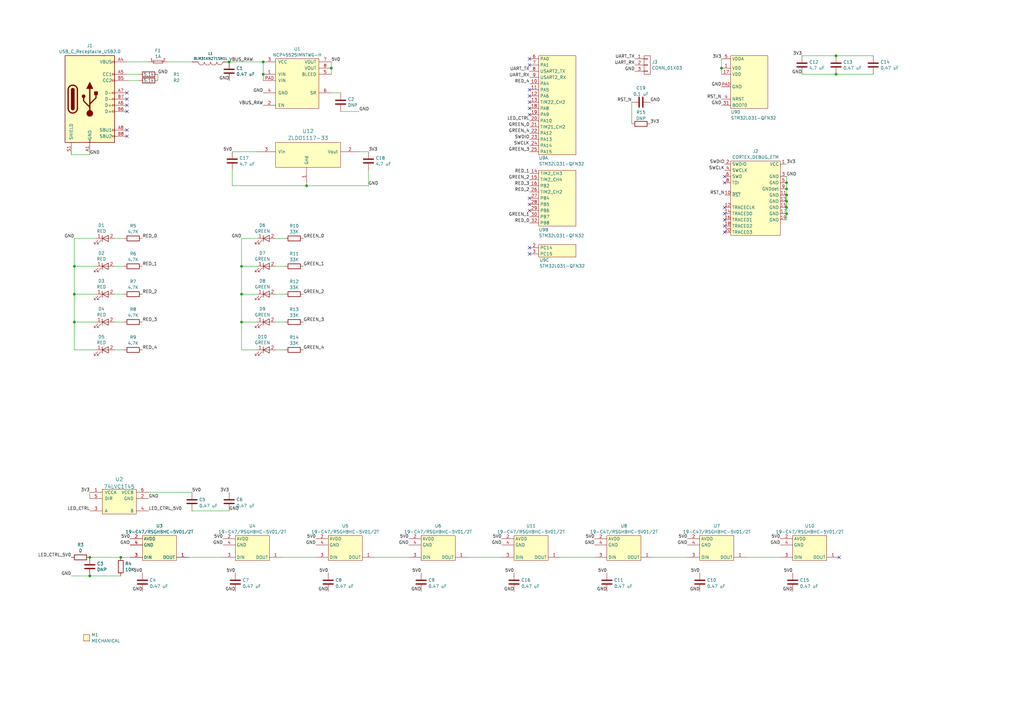
<source format=kicad_sch>
(kicad_sch (version 20231120) (generator "eeschema") (generator_version "8.0")
  (paper "A3")
  (lib_symbols
    (symbol "conn:CONN_01X03" (pin_names (offset 1.016) hide)
      (property "Reference" "J" (at 0 5.08 0))
      (property "Value" "CONN_01X03" (at 2.54 0 90))
      (symbol "CONN_01X03_0_1"
        (rectangle (start -1.27 -2.413) (end 0.254 -2.667))
        (rectangle (start -1.27 0.127) (end 0.254 -0.127))
        (rectangle (start -1.27 2.667) (end 0.254 2.413))
        (rectangle (start -1.27 3.81) (end 1.27 -3.81))
      )
      (symbol "CONN_01X03_1_1"
        (pin passive line (at -5.08 2.54 0) (length 3.81) (name "P1") (number "1"))
        (pin passive line (at -5.08 0 0) (length 3.81) (name "P2") (number "2"))
        (pin passive line (at -5.08 -2.54 0) (length 3.81) (name "P3") (number "3"))
      )
    )
    (symbol "device:C" (pin_numbers hide) (pin_names (offset 0.254))
      (property "Reference" "C" (at 0.635 2.54 0))
      (property "Value" "C" (at 0.635 -2.54 0))
      (symbol "C_0_1"
        (polyline (pts (xy -2.032 -0.762) (xy 2.032 -0.762)) (stroke (width 0.508)))
        (polyline (pts (xy -2.032 0.762) (xy 2.032 0.762)) (stroke (width 0.508)))
      )
      (symbol "C_1_1"
        (pin passive line (at 0 3.81 270) (length 2.794) (name "~") (number "1"))
        (pin passive line (at 0 -3.81 90) (length 2.794) (name "~") (number "2"))
      )
    )
    (symbol "device:LED" (pin_names (offset 1.016) hide)
      (property "Reference" "D" (at 0 2.54 0))
      (property "Value" "LED" (at 0 -2.54 0))
      (symbol "LED_0_1"
        (polyline (pts (xy -1.27 -1.27) (xy -1.27 1.27)) (stroke (width 0.2032)))
        (polyline (pts (xy -1.27 0) (xy 1.27 0)))
        (polyline (pts (xy 1.27 -1.27) (xy 1.27 1.27) (xy -1.27 0) (xy 1.27 -1.27)) (stroke (width 0.2032)))
        (polyline (pts (xy -3.048 -0.762) (xy -4.572 -2.286) (xy -3.81 -2.286) (xy -4.572 -2.286) (xy -4.572 -1.524)))
        (polyline (pts (xy -1.778 -0.762) (xy -3.302 -2.286) (xy -2.54 -2.286) (xy -3.302 -2.286) (xy -3.302 -1.524)))
      )
      (symbol "LED_1_1"
        (pin passive line (at -3.81 0 0) (length 2.54) (name "K") (number "1"))
        (pin passive line (at 3.81 0 180) (length 2.54) (name "A") (number "2"))
      )
    )
    (symbol "device:R" (pin_numbers hide) (pin_names (offset 0))
      (property "Reference" "R" (at 2.032 0 90))
      (property "Value" "R" (at 0 0 90))
      (symbol "R_0_1"
        (rectangle (start -1.016 -2.54) (end 1.016 2.54) (stroke (width 0.254)))
      )
      (symbol "R_1_1"
        (pin passive line (at 0 3.81 270) (length 1.27) (name "~") (number "1"))
        (pin passive line (at 0 -3.81 90) (length 1.27) (name "~") (number "2"))
      )
    )
    (symbol "lain:USB_C_Receptacle_USB2.0" (pin_names (offset 1.016))
      (property "Reference" "J1" (at 0 21.9245 0))
      (property "Value" "USB_C_Receptacle_USB2.0" (at 0 19.5002 0))
      (symbol "USB_C_Receptacle_USB2.0_0_0"
        (rectangle (start -0.254 -17.78) (end 0.254 -16.764))
        (rectangle (start 10.16 -14.986) (end 9.144 -15.494))
        (rectangle (start 10.16 -12.446) (end 9.144 -12.954))
        (rectangle (start 10.16 -4.826) (end 9.144 -5.334))
        (rectangle (start 10.16 -2.286) (end 9.144 -2.794))
        (rectangle (start 10.16 0.254) (end 9.144 -0.254))
        (rectangle (start 10.16 2.794) (end 9.144 2.286))
        (rectangle (start 10.16 7.874) (end 9.144 7.366))
        (rectangle (start 10.16 10.414) (end 9.144 9.906))
        (rectangle (start 10.16 15.494) (end 9.144 14.986))
      )
      (symbol "USB_C_Receptacle_USB2.0_0_1"
        (rectangle (start -10.16 17.78) (end 10.16 -17.78) (stroke (width 0.254)) (fill (type background)))
        (arc (start -8.89 -3.81) (mid -6.985 -5.7067) (end -5.08 -3.81) (stroke (width 0.508)))
        (arc (start -7.62 -3.81) (mid -6.985 -4.4423) (end -6.35 -3.81) (stroke (width 0.254)))
        (arc (start -7.62 -3.81) (mid -6.985 -4.4423) (end -6.35 -3.81) (stroke (width 0.254)) (fill (type outline)))
        (rectangle (start -7.62 -3.81) (end -6.35 3.81) (stroke (width 0.254)) (fill (type outline)))
        (arc (start -6.35 3.81) (mid -6.985 4.4423) (end -7.62 3.81) (stroke (width 0.254)))
        (arc (start -6.35 3.81) (mid -6.985 4.4423) (end -7.62 3.81) (stroke (width 0.254)) (fill (type outline)))
        (arc (start -5.08 3.81) (mid -6.985 5.7067) (end -8.89 3.81) (stroke (width 0.508)))
        (circle (center -2.54 1.143) (radius 0.635) (stroke (width 0.254)) (fill (type outline)))
        (circle (center 0 -5.842) (radius 1.27) (fill (type outline)))
        (polyline (pts (xy -8.89 -3.81) (xy -8.89 3.81)) (stroke (width 0.508)))
        (polyline (pts (xy -5.08 3.81) (xy -5.08 -3.81)) (stroke (width 0.508)))
        (polyline (pts (xy 0 -5.842) (xy 0 4.318)) (stroke (width 0.508)))
        (polyline (pts (xy 0 -3.302) (xy -2.54 -0.762) (xy -2.54 0.508)) (stroke (width 0.508)))
        (polyline (pts (xy 0 -2.032) (xy 2.54 0.508) (xy 2.54 1.778)) (stroke (width 0.508)))
        (polyline (pts (xy -1.27 4.318) (xy 0 6.858) (xy 1.27 4.318) (xy -1.27 4.318)) (stroke (width 0.254)) (fill (type outline)))
        (rectangle (start 1.905 1.778) (end 3.175 3.048) (stroke (width 0.254)) (fill (type outline)))
      )
      (symbol "USB_C_Receptacle_USB2.0_1_1"
        (pin passive line (at 0 -22.86 90) (length 5.08) (name "GND") (number "A1"))
        (pin power_out line (at 0 -22.86 90) (length 5.08) hide (name "GND") (number "A12"))
        (pin passive line (at 15.24 15.24 180) (length 5.08) (name "VBUS") (number "A4"))
        (pin bidirectional line (at 15.24 10.16 180) (length 5.08) (name "CC1") (number "A5"))
        (pin bidirectional line (at 15.24 -2.54 180) (length 5.08) (name "D+") (number "A6"))
        (pin bidirectional line (at 15.24 2.54 180) (length 5.08) (name "D-") (number "A7"))
        (pin bidirectional line (at 15.24 -12.7 180) (length 5.08) (name "SBU1") (number "A8"))
        (pin power_out line (at 15.24 15.24 180) (length 5.08) hide (name "VBUS") (number "A9"))
        (pin passive line (at 0 -22.86 90) (length 5.08) hide (name "GND") (number "B1"))
        (pin passive line (at 0 -22.86 90) (length 5.08) hide (name "GND") (number "B12"))
        (pin passive line (at 15.24 15.24 180) (length 5.08) hide (name "VBUS") (number "B4"))
        (pin bidirectional line (at 15.24 7.62 180) (length 5.08) (name "CC2") (number "B5"))
        (pin bidirectional line (at 15.24 -5.08 180) (length 5.08) (name "D+") (number "B6"))
        (pin bidirectional line (at 15.24 0 180) (length 5.08) (name "D-") (number "B7"))
        (pin bidirectional line (at 15.24 -15.24 180) (length 5.08) (name "SBU2") (number "B8"))
        (pin passive line (at 15.24 15.24 180) (length 5.08) hide (name "VBUS") (number "B9"))
        (pin passive line (at -7.62 -22.86 90) (length 5.08) (name "SHIELD") (number "S1"))
      )
    )
    (symbol "passive-azonenberg:INDUCTOR_PWROUT" (pin_numbers hide) (pin_names (offset 1.016) hide)
      (property "Reference" "L" (at -1.27 0 90))
      (property "Value" "INDUCTOR_PWROUT" (at 2.54 0 90))
      (symbol "INDUCTOR_PWROUT_0_1"
        (arc (start 0.0254 -5.0546) (mid 1.245 -3.7973) (end 0.0254 -2.54))
        (arc (start 0.0254 -2.5146) (mid 1.2704 -1.2319) (end 0.0254 0.0508))
        (arc (start 0.0254 0.0254) (mid 1.2704 1.3081) (end 0.0254 2.5908))
        (arc (start 0.0254 2.5654) (mid 1.1942 3.7719) (end 0.0254 4.9784))
      )
      (symbol "INDUCTOR_PWROUT_1_1"
        (pin power_out line (at 0 7.62 270) (length 2.54) (name "1") (number "1"))
        (pin passive line (at 0 -7.62 90) (length 2.54) (name "2") (number "2"))
      )
    )
    (symbol "passive-azonenberg:LDO1117-XX" (pin_names (offset 1.016))
      (property "Reference" "U?" (at 1.27 0 0))
      (property "Value" "LDO1117-XX" (at 1.27 -2.54 0))
      (symbol "LDO1117-XX_0_1"
        (rectangle (start -11.43 1.27) (end 15.24 -8.89) (fill (type background)))
      )
      (symbol "LDO1117-XX_1_1"
        (pin power_in line (at 1.27 -16.51 90) (length 7.62) (name "Gnd") (number "1"))
        (pin power_out line (at 22.86 -2.54 180) (length 7.62) (name "Vout") (number "2"))
        (pin power_in line (at -19.05 -2.54 0) (length 7.62) (name "Vin") (number "3"))
      )
    )
    (symbol "power-azonenberg:FUSE_PWROUT_2" (pin_names (offset 0.254))
      (property "Reference" "F" (at 4.445 1.27 0))
      (property "Value" "FUSE_PWROUT_2" (at -0.635 -1.905 0))
      (symbol "FUSE_PWROUT_2_0_1"
        (rectangle (start -1.905 0.635) (end 1.905 -0.635))
        (polyline (pts (xy 1.905 0) (xy -1.905 0)))
      )
      (symbol "FUSE_PWROUT_2_1_1"
        (pin power_in line (at -3.81 0 0) (length 2.54) (name "~") (number "1"))
        (pin power_out line (at 3.81 0 180) (length 2.54) (name "~") (number "2"))
      )
    )
    (symbol "power-azonenberg:NCP45525" (pin_names (offset 1.016))
      (property "Reference" "U" (at 1.27 -1.27 0))
      (property "Value" "NCP45525" (at 5.08 -3.81 0))
      (symbol "NCP45525_0_1"
        (rectangle (start 0 20.32) (end 17.78 0) (fill (type background)))
      )
      (symbol "NCP45525_1_1"
        (pin power_in line (at -5.08 13.97 0) (length 5.08) (name "VIN") (number "1"))
        (pin input line (at -5.08 1.27 0) (length 5.08) (name "EN") (number "2"))
        (pin power_in line (at -5.08 19.05 0) (length 5.08) (name "VCC") (number "3"))
        (pin power_in line (at -5.08 6.35 0) (length 5.08) (name "GND") (number "4"))
        (pin passive line (at 22.86 13.97 180) (length 5.08) (name "BLEED") (number "5"))
        (pin passive line (at 22.86 6.35 180) (length 5.08) (name "SR") (number "6"))
        (pin power_out line (at 22.86 19.05 180) (length 5.08) (name "VOUT") (number "7"))
        (pin power_in line (at 22.86 16.51 180) (length 5.08) (name "VOUT") (number "8"))
        (pin power_in line (at -5.08 11.43 0) (length 5.08) (name "VIN") (number "PAD"))
      )
    )
    (symbol "special-azonenberg:19-C47_RSGHBHC-5V01_2T"
      (property "Reference" "U" (at 3.302 -4.318 0))
      (property "Value" "19-C47/RSGHBHC-5V01/2T" (at 3.302 -2.032 0))
      (symbol "19-C47_RSGHBHC-5V01_2T_1_1"
        (rectangle (start 0 10.16) (end 13.97 0) (fill (type background)))
        (pin output line (at 19.05 1.27 180) (length 5.08) (name "DOUT") (number "1"))
        (pin power_in line (at -5.08 8.89 0) (length 5.08) (name "AVDD") (number "2"))
        (pin input line (at -5.08 1.27 0) (length 5.08) (name "DIN") (number "3"))
        (pin power_in line (at -5.08 6.35 0) (length 5.08) (name "GND") (number "4"))
      )
    )
    (symbol "special-azonenberg:74AVC1T45" (pin_names (offset 1.016))
      (property "Reference" "U" (at 0 -1.27 0))
      (property "Value" "74AVC1T45" (at 21.59 -1.27 0))
      (symbol "74AVC1T45_0_1"
        (rectangle (start 0 10.16) (end 13.97 0) (fill (type background)))
      )
      (symbol "74AVC1T45_1_1"
        (pin power_in line (at -5.08 8.89 0) (length 5.08) (name "VCCA") (number "1"))
        (pin power_in line (at 19.05 6.35 180) (length 5.08) (name "GND") (number "2"))
        (pin bidirectional line (at -5.08 1.27 0) (length 5.08) (name "A") (number "3"))
        (pin bidirectional line (at 19.05 1.27 180) (length 5.08) (name "B") (number "4"))
        (pin input line (at -5.08 6.35 0) (length 5.08) (name "DIR") (number "5"))
        (pin power_in line (at 19.05 8.89 180) (length 5.08) (name "VCCB") (number "6"))
      )
    )
    (symbol "special-azonenberg:CORTEX_DEBUG_ETM"
      (property "Reference" "J" (at 0 -2.286 0))
      (property "Value" "CORTEX_DEBUG_ETM" (at -0.508 -4.826 0))
      (symbol "CORTEX_DEBUG_ETM_1_1"
        (rectangle (start 0 30.48) (end 20.32 0) (fill (type background)))
        (pin power_in line (at 22.86 29.21 180) (length 2.54) (name "VCC") (number "1"))
        (pin output line (at -2.54 16.51 0) (length 2.54) (name "~{RST}") (number "10"))
        (pin power_in line (at 22.86 16.51 180) (length 2.54) (name "GND") (number "11"))
        (pin input line (at -2.54 11.43 0) (length 2.54) (name "TRACECLK") (number "12"))
        (pin power_in line (at 22.86 13.97 180) (length 2.54) (name "GND") (number "13"))
        (pin input line (at -2.54 8.89 0) (length 2.54) (name "TRACED0") (number "14"))
        (pin power_in line (at 22.86 11.43 180) (length 2.54) (name "GND") (number "15"))
        (pin input line (at -2.54 6.35 0) (length 2.54) (name "TRACED1") (number "16"))
        (pin power_in line (at 22.86 8.89 180) (length 2.54) (name "GND") (number "17"))
        (pin input line (at -2.54 3.81 0) (length 2.54) (name "TRACED2") (number "18"))
        (pin power_in line (at 22.86 6.35 180) (length 2.54) (name "GND") (number "19"))
        (pin output line (at -2.54 29.21 0) (length 2.54) (name "TMS") (number "2") (alternate "SWDIO" bidirectional line))
        (pin input line (at -2.54 1.27 0) (length 2.54) (name "TRACED3") (number "20"))
        (pin power_in line (at 22.86 24.13 180) (length 2.54) (name "GND") (number "3"))
        (pin output line (at -2.54 26.67 0) (length 2.54) (name "TCK") (number "4") (alternate "SWCLK" output line))
        (pin power_in line (at 22.86 21.59 180) (length 2.54) (name "GND") (number "5"))
        (pin input line (at -2.54 24.13 0) (length 2.54) (name "TDO") (number "6") (alternate "SWO" input line))
        (pin output line (at -2.54 21.59 0) (length 2.54) (name "TDI") (number "8"))
        (pin power_in line (at 22.86 19.05 180) (length 2.54) (name "GNDdet") (number "9"))
      )
    )
    (symbol "special-azonenberg:MECHANICAL" (pin_names (offset 1.016))
      (property "Reference" "M" (at 0 -2.54 0))
      (property "Value" "MECHANICAL" (at 0 -5.08 0))
      (symbol "MECHANICAL_0_1"
        (rectangle (start 0 1.27) (end 2.54 -1.27) (fill (type background)))
      )
    )
    (symbol "st-azonenberg:STM32L031-QFN32"
      (property "Reference" "U" (at 1.27 -1.27 0))
      (property "Value" "STM32L031-QFN32" (at 8.89 -3.81 0))
      (symbol "STM32L031-QFN32_1_1"
        (rectangle (start 0 40.64) (end 15.24 0) (stroke (width 0.1524)) (fill (type background)))
        (pin bidirectional line (at -3.81 29.21 0) (length 3.81) (name "PA4") (number "10"))
        (pin bidirectional line (at -3.81 26.67 0) (length 3.81) (name "PA5") (number "11"))
        (pin bidirectional line (at -3.81 24.13 0) (length 3.81) (name "PA6") (number "12"))
        (pin bidirectional line (at -3.81 21.59 0) (length 3.81) (name "PA7") (number "13") (alternate "TIM22_CH2" bidirectional line))
        (pin bidirectional line (at -3.81 19.05 0) (length 3.81) (name "PA8") (number "18"))
        (pin bidirectional line (at -3.81 16.51 0) (length 3.81) (name "PA9") (number "19") (alternate "USART2_TX" output line))
        (pin bidirectional line (at -3.81 13.97 0) (length 3.81) (name "PA10") (number "20") (alternate "TIM22_CH2" bidirectional line) (alternate "USART2_RX" input line))
        (pin bidirectional line (at -3.81 11.43 0) (length 3.81) (name "PA11") (number "21") (alternate "TIM21_CH2" bidirectional line))
        (pin bidirectional line (at -3.81 8.89 0) (length 3.81) (name "PA12") (number "22"))
        (pin bidirectional line (at -3.81 6.35 0) (length 3.81) (name "PA13") (number "23") (alternate "SWDIO" bidirectional line))
        (pin bidirectional line (at -3.81 3.81 0) (length 3.81) (name "PA14") (number "24") (alternate "SWCLK" input line) (alternate "USART2_TX" output line))
        (pin bidirectional line (at -3.81 1.27 0) (length 3.81) (name "PA15") (number "25") (alternate "USART2_RX" input line))
        (pin bidirectional line (at -3.81 39.37 0) (length 3.81) (name "PA0") (number "6"))
        (pin bidirectional line (at -3.81 36.83 0) (length 3.81) (name "PA1") (number "7") (alternate "TIM2_CH2" bidirectional line))
        (pin bidirectional line (at -3.81 34.29 0) (length 3.81) (name "PA2") (number "8") (alternate "TIM2_CH3" bidirectional line) (alternate "USART2_TX" output line))
        (pin bidirectional line (at -3.81 31.75 0) (length 3.81) (name "PA3") (number "9") (alternate "TIM21_CH2" bidirectional line) (alternate "TIM2_CH4" bidirectional line) (alternate "USART2_RX" input line))
      )
      (symbol "STM32L031-QFN32_2_1"
        (rectangle (start 0 22.86) (end 15.24 0) (stroke (width 0.1524)) (fill (type background)))
        (pin bidirectional line (at -3.81 21.59 0) (length 3.81) (name "PB0") (number "14") (alternate "TIM2_CH3" bidirectional line))
        (pin bidirectional line (at -3.81 19.05 0) (length 3.81) (name "PB1") (number "15") (alternate "TIM2_CH4" bidirectional line))
        (pin bidirectional line (at -3.81 16.51 0) (length 3.81) (name "PB2") (number "16"))
        (pin bidirectional line (at -3.81 13.97 0) (length 3.81) (name "PB3") (number "26") (alternate "TIM2_CH2" bidirectional line))
        (pin bidirectional line (at -3.81 11.43 0) (length 3.81) (name "PB4") (number "27"))
        (pin bidirectional line (at -3.81 8.89 0) (length 3.81) (name "PB5") (number "28") (alternate "TIM22_CH2" bidirectional line))
        (pin bidirectional line (at -3.81 6.35 0) (length 3.81) (name "PB6") (number "29") (alternate "USART2_TX" output line))
        (pin bidirectional line (at -3.81 3.81 0) (length 3.81) (name "PB7") (number "30") (alternate "USART2_RX" input line))
        (pin bidirectional line (at -3.81 1.27 0) (length 3.81) (name "PB8") (number "32"))
      )
      (symbol "STM32L031-QFN32_3_1"
        (rectangle (start 0 5.08) (end 15.24 0) (stroke (width 0.1524)) (fill (type background)))
        (pin bidirectional line (at -3.81 3.81 0) (length 3.81) (name "PC14") (number "2"))
        (pin bidirectional line (at -3.81 1.27 0) (length 3.81) (name "PC15") (number "3"))
      )
      (symbol "STM32L031-QFN32_4_1"
        (rectangle (start 0 21.59) (end 15.24 0) (stroke (width 0.1524)) (fill (type background)))
        (pin power_in line (at -3.81 16.51 0) (length 3.81) (name "VDD") (number "1"))
        (pin power_in line (at -3.81 13.97 0) (length 3.81) (name "VDD") (number "17"))
        (pin input line (at -3.81 1.27 0) (length 3.81) (name "BOOT0") (number "31"))
        (pin input line (at -3.81 3.81 0) (length 3.81) (name "NRST") (number "4"))
        (pin power_in line (at -3.81 20.32 0) (length 3.81) (name "VDDA") (number "5"))
        (pin power_in line (at -3.81 8.89 0) (length 3.81) (name "GND") (number "PAD"))
      )
    )
  )
  (junction (at 30.48 132.08))
  (junction (at 99.06 109.22))
  (junction (at 135.89 27.94))
  (junction (at 30.48 120.65))
  (junction (at 322.58 87.63))
  (junction (at 93.98 25.4))
  (junction (at 125.73 76.2))
  (junction (at 295.91 27.94))
  (junction (at 99.06 120.65))
  (junction (at 36.83 236.22))
  (junction (at 30.48 109.22))
  (junction (at 322.58 85.09))
  (junction (at 342.9 22.86))
  (junction (at 36.83 228.6))
  (junction (at 322.58 74.93))
  (junction (at 49.53 228.6))
  (junction (at 99.06 132.08))
  (junction (at 322.58 80.01))
  (junction (at 322.58 77.47))
  (junction (at 107.95 30.48))
  (junction (at 107.95 25.4))
  (junction (at 322.58 82.55))
  (junction (at 342.9 30.48))
  (no_connect (at 297.18 85.09))
  (no_connect (at 297.18 92.71))
  (no_connect (at 344.17 228.6))
  (no_connect (at 217.17 36.83))
  (no_connect (at 217.17 41.91))
  (no_connect (at 52.07 45.72))
  (no_connect (at 217.17 44.45))
  (no_connect (at 217.17 39.37))
  (no_connect (at 52.07 55.88))
  (no_connect (at 297.18 72.39))
  (no_connect (at 297.18 87.63))
  (no_connect (at 217.17 101.6))
  (no_connect (at 217.17 26.67))
  (no_connect (at 217.17 83.82))
  (no_connect (at 217.17 24.13))
  (no_connect (at 217.17 104.14))
  (no_connect (at 52.07 53.34))
  (no_connect (at 297.18 95.25))
  (no_connect (at 217.17 86.36))
  (no_connect (at 52.07 40.64))
  (no_connect (at 297.18 74.93))
  (no_connect (at 52.07 43.18))
  (no_connect (at 297.18 90.17))
  (no_connect (at 52.07 38.1))
  (no_connect (at 217.17 46.99))
  (no_connect (at 217.17 81.28))
  (wire (pts (xy 191.77 228.6) (xy 205.74 228.6)))
  (wire (pts (xy 99.06 132.08) (xy 105.41 132.08)))
  (wire (pts (xy 113.03 132.08) (xy 116.84 132.08)))
  (wire (pts (xy 295.91 24.13) (xy 295.91 27.94)))
  (wire (pts (xy 29.21 63.5) (xy 36.83 63.5)))
  (wire (pts (xy 60.96 201.93) (xy 78.74 201.93)))
  (wire (pts (xy 135.89 25.4) (xy 135.89 27.94)))
  (wire (pts (xy 267.97 228.6) (xy 281.94 228.6)))
  (wire (pts (xy 46.99 143.51) (xy 50.8 143.51)))
  (wire (pts (xy 52.07 33.02) (xy 57.15 33.02)))
  (wire (pts (xy 147.32 62.23) (xy 151.13 62.23)))
  (wire (pts (xy 295.91 27.94) (xy 295.91 30.48)))
  (wire (pts (xy 30.48 132.08) (xy 39.37 132.08)))
  (wire (pts (xy 99.06 97.79) (xy 105.41 97.79)))
  (wire (pts (xy 99.06 143.51) (xy 105.41 143.51)))
  (wire (pts (xy 99.06 120.65) (xy 105.41 120.65)))
  (wire (pts (xy 99.06 109.22) (xy 99.06 120.65)))
  (wire (pts (xy 113.03 97.79) (xy 116.84 97.79)))
  (wire (pts (xy 342.9 30.48) (xy 358.14 30.48)))
  (wire (pts (xy 99.06 120.65) (xy 99.06 132.08)))
  (wire (pts (xy 64.77 30.48) (xy 64.77 33.02)))
  (wire (pts (xy 30.48 109.22) (xy 30.48 120.65)))
  (wire (pts (xy 322.58 87.63) (xy 322.58 90.17)))
  (wire (pts (xy 46.99 97.79) (xy 50.8 97.79)))
  (wire (pts (xy 99.06 132.08) (xy 99.06 143.51)))
  (wire (pts (xy 322.58 74.93) (xy 322.58 77.47)))
  (wire (pts (xy 328.93 30.48) (xy 342.9 30.48)))
  (wire (pts (xy 306.07 228.6) (xy 320.04 228.6)))
  (wire (pts (xy 30.48 97.79) (xy 39.37 97.79)))
  (wire (pts (xy 78.74 209.55) (xy 93.98 209.55)))
  (wire (pts (xy 125.73 76.2) (xy 151.13 76.2)))
  (wire (pts (xy 135.89 38.1) (xy 139.7 38.1)))
  (wire (pts (xy 36.83 201.93) (xy 36.83 204.47)))
  (wire (pts (xy 36.83 228.6) (xy 49.53 228.6)))
  (wire (pts (xy 259.08 41.91) (xy 259.08 50.8)))
  (wire (pts (xy 99.06 109.22) (xy 105.41 109.22)))
  (wire (pts (xy 30.48 132.08) (xy 30.48 143.51)))
  (wire (pts (xy 77.47 228.6) (xy 91.44 228.6)))
  (wire (pts (xy 93.98 25.4) (xy 107.95 25.4)))
  (wire (pts (xy 113.03 109.22) (xy 116.84 109.22)))
  (wire (pts (xy 153.67 228.6) (xy 167.64 228.6)))
  (wire (pts (xy 322.58 80.01) (xy 322.58 82.55)))
  (wire (pts (xy 30.48 120.65) (xy 39.37 120.65)))
  (wire (pts (xy 107.95 25.4) (xy 107.95 30.48)))
  (wire (pts (xy 115.57 228.6) (xy 129.54 228.6)))
  (wire (pts (xy 68.58 25.4) (xy 78.74 25.4)))
  (wire (pts (xy 95.25 69.85) (xy 95.25 76.2)))
  (wire (pts (xy 322.58 77.47) (xy 322.58 80.01)))
  (wire (pts (xy 46.99 120.65) (xy 50.8 120.65)))
  (wire (pts (xy 99.06 97.79) (xy 99.06 109.22)))
  (wire (pts (xy 30.48 97.79) (xy 30.48 109.22)))
  (wire (pts (xy 107.95 30.48) (xy 107.95 33.02)))
  (wire (pts (xy 151.13 76.2) (xy 151.13 69.85)))
  (wire (pts (xy 29.21 236.22) (xy 36.83 236.22)))
  (wire (pts (xy 322.58 72.39) (xy 322.58 74.93)))
  (wire (pts (xy 135.89 27.94) (xy 135.89 30.48)))
  (wire (pts (xy 30.48 109.22) (xy 39.37 109.22)))
  (wire (pts (xy 139.7 45.72) (xy 147.32 45.72)))
  (wire (pts (xy 30.48 143.51) (xy 39.37 143.51)))
  (wire (pts (xy 229.87 228.6) (xy 243.84 228.6)))
  (wire (pts (xy 322.58 85.09) (xy 322.58 87.63)))
  (wire (pts (xy 322.58 82.55) (xy 322.58 85.09)))
  (wire (pts (xy 113.03 143.51) (xy 116.84 143.51)))
  (wire (pts (xy 328.93 22.86) (xy 342.9 22.86)))
  (wire (pts (xy 342.9 22.86) (xy 358.14 22.86)))
  (wire (pts (xy 52.07 25.4) (xy 60.96 25.4)))
  (wire (pts (xy 95.25 76.2) (xy 125.73 76.2)))
  (wire (pts (xy 49.53 228.6) (xy 53.34 228.6)))
  (wire (pts (xy 30.48 120.65) (xy 30.48 132.08)))
  (wire (pts (xy 52.07 30.48) (xy 57.15 30.48)))
  (wire (pts (xy 36.83 236.22) (xy 49.53 236.22)))
  (wire (pts (xy 46.99 132.08) (xy 50.8 132.08)))
  (wire (pts (xy 95.25 62.23) (xy 105.41 62.23)))
  (wire (pts (xy 113.03 120.65) (xy 116.84 120.65)))
  (wire (pts (xy 46.99 109.22) (xy 50.8 109.22)))
  (label "GND" (at 29.21 236.22 180))
  (label "GND" (at 167.64 223.52 180))
  (label "UART_TX" (at 217.17 29.21 180))
  (label "GREEN_4" (at 217.17 54.61 180))
  (label "RED_0" (at 217.17 91.44 180))
  (label "GREEN_3" (at 217.17 62.23 180))
  (label "GND" (at 328.93 30.48 180))
  (label "RED_0" (at 58.42 97.79 0))
  (label "RED_2" (at 58.42 120.65 0))
  (label "GND" (at 53.34 223.52 180))
  (label "RST_N" (at 259.08 41.91 180))
  (label "SWCLK" (at 297.18 69.85 180))
  (label "RST_N" (at 295.91 40.64 180))
  (label "GND" (at 205.74 223.52 180))
  (label "GND" (at 129.54 223.52 180))
  (label "5V0" (at 320.04 220.98 180))
  (label "SWDIO" (at 297.18 67.31 180))
  (label "5V0" (at 287.02 234.95 180))
  (label "RED_3" (at 217.17 76.2 180))
  (label "5V0" (at 167.64 220.98 180))
  (label "GND" (at 93.98 209.55 0))
  (label "GREEN_0" (at 124.46 97.79 0))
  (label "GND" (at 295.91 35.56 180))
  (label "5V0" (at 210.82 234.95 180))
  (label "5V0" (at 172.72 234.95 180))
  (label "SWCLK" (at 217.17 59.69 180))
  (label "LED_CTRL_5V0" (at 60.96 209.55 0))
  (label "5V0" (at 95.25 62.23 180))
  (label "RED_4" (at 217.17 34.29 180))
  (label "VBUS_RAW" (at 107.95 43.18 180))
  (label "RED_4" (at 58.42 143.51 0))
  (label "UART_TX" (at 260.35 24.13 180))
  (label "GND" (at 30.48 97.79 180))
  (label "5V0" (at 96.52 234.95 180))
  (label "GND" (at 60.96 204.47 0))
  (label "GREEN_0" (at 217.17 52.07 180))
  (label "GND" (at 96.52 242.57 180))
  (label "GND" (at 266.7 41.91 0))
  (label "GND" (at 99.06 97.79 180))
  (label "GND" (at 151.13 76.2 0))
  (label "3V3" (at 151.13 62.23 0))
  (label "GND" (at 210.82 242.57 180))
  (label "5V0" (at 78.74 201.93 0))
  (label "VBUS_RAW" (at 93.98 25.4 0))
  (label "GND" (at 107.95 38.1 180))
  (label "3V3" (at 36.83 201.93 180))
  (label "GND" (at 320.04 223.52 180))
  (label "GND" (at 322.58 72.39 0))
  (label "GND" (at 64.77 30.48 0))
  (label "GREEN_1" (at 124.46 109.22 0))
  (label "LED_CTRL" (at 217.17 49.53 180))
  (label "RED_2" (at 217.17 78.74 180))
  (label "3V3" (at 266.7 50.8 0))
  (label "3V3" (at 322.58 67.31 0))
  (label "GND" (at 243.84 223.52 180))
  (label "GND" (at 93.98 33.02 180))
  (label "RED_1" (at 217.17 71.12 180))
  (label "5V0" (at 243.84 220.98 180))
  (label "UART_RX" (at 260.35 26.67 180))
  (label "GND" (at 325.12 242.57 180))
  (label "5V0" (at 205.74 220.98 180))
  (label "GND" (at 281.94 223.52 180))
  (label "GREEN_3" (at 124.46 132.08 0))
  (label "5V0" (at 281.94 220.98 180))
  (label "GND" (at 91.44 223.52 180))
  (label "GND" (at 260.35 29.21 180))
  (label "GND" (at 134.62 242.57 180))
  (label "5V0" (at 53.34 220.98 180))
  (label "5V0" (at 248.92 234.95 180))
  (label "GREEN_2" (at 124.46 120.65 0))
  (label "GREEN_2" (at 217.17 73.66 180))
  (label "5V0" (at 91.44 220.98 180))
  (label "SWDIO" (at 217.17 57.15 180))
  (label "GND" (at 36.83 63.5 0))
  (label "GND" (at 248.92 242.57 180))
  (label "5V0" (at 325.12 234.95 180))
  (label "5V0" (at 58.42 234.95 180))
  (label "LED_CTRL_5V0" (at 29.21 228.6 180))
  (label "GREEN_1" (at 217.17 88.9 180))
  (label "5V0" (at 135.89 25.4 0))
  (label "5V0" (at 129.54 220.98 180))
  (label "UART_RX" (at 217.17 31.75 180))
  (label "RED_1" (at 58.42 109.22 0))
  (label "RED_3" (at 58.42 132.08 0))
  (label "GND" (at 172.72 242.57 180))
  (label "3V3" (at 93.98 201.93 180))
  (label "3V3" (at 295.91 24.13 180))
  (label "RST_N" (at 297.18 80.01 180))
  (label "LED_CTRL" (at 36.83 209.55 180))
  (label "GND" (at 295.91 43.18 180))
  (label "GND" (at 58.42 242.57 180))
  (label "3V3" (at 328.93 22.86 180))
  (label "5V0" (at 134.62 234.95 180))
  (label "GND" (at 147.32 45.72 0))
  (label "GND" (at 287.02 242.57 180))
  (label "GREEN_4" (at 124.46 143.51 0))
  (symbol (lib_id "special-azonenberg:19-C47_RSGHBHC-5V01_2T") (at 172.72 229.87 0) (unit 1)
    (property "Reference" "U6" (at 179.705 215.6925 0))
    (property "Value" "19-C47/RSGHBHC-5V01/2T" (at 179.705 218.1168 0))
    (property "Footprint" "azonenberg_pcb:LED_EVERLIGHT_19-C47_RSGHBHC-5V01_2T" (effects (hide yes)))
  )
  (symbol (lib_id "special-azonenberg:MECHANICAL") (at 34.29 261.62 0) (unit 1)
    (property "Reference" "M1" (at 37.465 260.4078 0) (effects (justify left)))
    (property "Value" "MECHANICAL" (at 37.465 262.8321 0) (effects (justify left)))
    (property "Footprint" "azonenberg_pcb:MECHANICAL_CLEARANCEHOLE_4_40" (effects (hide yes)))
  )
  (symbol (lib_id "special-azonenberg:19-C47_RSGHBHC-5V01_2T") (at 287.02 229.87 0) (unit 1)
    (property "Reference" "U7" (at 294.005 215.6925 0))
    (property "Value" "19-C47/RSGHBHC-5V01/2T" (at 294.005 218.1168 0))
    (property "Footprint" "azonenberg_pcb:LED_EVERLIGHT_19-C47_RSGHBHC-5V01_2T" (effects (hide yes)))
  )
  (symbol (lib_id "conn:CONN_01X03") (at 265.43 26.67 0) (unit 1)
    (property "Reference" "J3" (at 267.335 25.4578 0) (effects (justify left)))
    (property "Value" "CONN_01X03" (at 267.335 27.8821 0) (effects (justify left)))
    (property "Footprint" "azonenberg_pcb:CONN_HEADER_2.54MM_1x3_REFLOW" (effects (hide yes)))
    (property "Description" "Connector, single row, 01x03, pin header" (effects (hide yes)))
  )
  (symbol (lib_id "device:R") (at 49.53 232.41 180) (unit 1)
    (property "Reference" "R4" (at 51.308 231.1978 0) (effects (justify right)))
    (property "Value" "10K" (at 51.308 233.6221 0) (effects (justify right)))
    (property "Footprint" "azonenberg_pcb:EIA_0402_RES_NOSILK" (effects (hide yes)))
    (property "Description" "Resistor" (effects (hide yes)))
  )
  (symbol (lib_id "device:LED") (at 43.18 132.08 0) (unit 1)
    (property "Reference" "D4" (at 41.5798 126.6909 0))
    (property "Value" "RED" (at 41.5798 129.1152 0))
    (property "Footprint" "azonenberg_pcb:EIA_0402_LED" (effects (hide yes)))
    (property "Description" "LED generic" (effects (hide yes)))
  )
  (symbol (lib_id "device:C") (at 287.02 238.76 0) (unit 1)
    (property "Reference" "C10" (at 289.941 237.9253 0) (effects (justify left)))
    (property "Value" "0.47 uF" (at 289.941 240.4622 0) (effects (justify left)))
    (property "Footprint" "azonenberg_pcb:EIA_0402_CAP_NOSILK" (effects (hide yes)))
  )
  (symbol (lib_id "device:R") (at 120.65 109.22 90) (unit 1)
    (property "Reference" "R11" (at 120.65 104.0595 90))
    (property "Value" "33K" (at 120.65 106.4838 90))
    (property "Footprint" "azonenberg_pcb:EIA_0402_RES_NOSILK" (effects (hide yes)))
    (property "Description" "Resistor" (effects (hide yes)))
  )
  (symbol (lib_id "device:LED") (at 43.18 120.65 0) (unit 1)
    (property "Reference" "D3" (at 41.5798 115.2609 0))
    (property "Value" "RED" (at 41.5798 117.6852 0))
    (property "Footprint" "azonenberg_pcb:EIA_0402_LED" (effects (hide yes)))
    (property "Description" "LED generic" (effects (hide yes)))
  )
  (symbol (lib_id "device:LED") (at 109.22 120.65 0) (unit 1)
    (property "Reference" "D8" (at 107.6198 115.2609 0))
    (property "Value" "GREEN" (at 107.6198 117.6852 0))
    (property "Footprint" "azonenberg_pcb:EIA_0402_LED" (effects (hide yes)))
    (property "Description" "LED generic" (effects (hide yes)))
  )
  (symbol (lib_id "device:LED") (at 43.18 109.22 0) (unit 1)
    (property "Reference" "D2" (at 41.5798 103.8309 0))
    (property "Value" "RED" (at 41.5798 106.2552 0))
    (property "Footprint" "azonenberg_pcb:EIA_0402_LED" (effects (hide yes)))
    (property "Description" "LED generic" (effects (hide yes)))
  )
  (symbol (lib_id "device:C") (at 134.62 238.76 0) (unit 1)
    (property "Reference" "C8" (at 137.541 237.9253 0) (effects (justify left)))
    (property "Value" "0.47 uF" (at 137.541 240.4622 0) (effects (justify left)))
    (property "Footprint" "azonenberg_pcb:EIA_0402_CAP_NOSILK" (effects (hide yes)))
  )
  (symbol (lib_id "device:C") (at 96.52 238.76 0) (unit 1)
    (property "Reference" "C7" (at 99.441 237.9253 0) (effects (justify left)))
    (property "Value" "0.47 uF" (at 99.441 240.4622 0) (effects (justify left)))
    (property "Footprint" "azonenberg_pcb:EIA_0402_CAP_NOSILK" (effects (hide yes)))
  )
  (symbol (lib_id "special-azonenberg:19-C47_RSGHBHC-5V01_2T") (at 210.82 229.87 0) (unit 1)
    (property "Reference" "U11" (at 217.805 215.6925 0))
    (property "Value" "19-C47/RSGHBHC-5V01/2T" (at 217.805 218.1168 0))
    (property "Footprint" "azonenberg_pcb:LED_EVERLIGHT_19-C47_RSGHBHC-5V01_2T" (effects (hide yes)))
  )
  (symbol (lib_id "device:C") (at 248.92 238.76 0) (unit 1)
    (property "Reference" "C11" (at 251.841 237.9253 0) (effects (justify left)))
    (property "Value" "0.47 uF" (at 251.841 240.4622 0) (effects (justify left)))
    (property "Footprint" "azonenberg_pcb:EIA_0402_CAP_NOSILK" (effects (hide yes)))
  )
  (symbol (lib_id "device:R") (at 54.61 120.65 90) (unit 1)
    (property "Reference" "R7" (at 54.61 115.4895 90))
    (property "Value" "4.7K" (at 54.61 117.9138 90))
    (property "Footprint" "azonenberg_pcb:EIA_0402_RES_NOSILK" (effects (hide yes)))
    (property "Description" "Resistor" (effects (hide yes)))
  )
  (symbol (lib_id "device:R") (at 54.61 109.22 90) (unit 1)
    (property "Reference" "R6" (at 54.61 104.0595 90))
    (property "Value" "4.7K" (at 54.61 106.4838 90))
    (property "Footprint" "azonenberg_pcb:EIA_0402_RES_NOSILK" (effects (hide yes)))
    (property "Description" "Resistor" (effects (hide yes)))
  )
  (symbol (lib_id "lain:USB_C_Receptacle_USB2.0") (at 36.83 40.64 0) (unit 1)
    (property "Reference" "J1" (at 36.83 18.7155 0))
    (property "Value" "USB_C_Receptacle_USB2.0" (at 36.83 21.1398 0))
    (property "Footprint" "Connector_USB:USB_C_Receptacle_HRO_TYPE-C-31-M-12" (effects (hide yes)))
    (property "Datasheet" "https://www.usb.org/sites/default/files/documents/usb_type-c.zip" (effects (hide yes)))
    (property "Description" "USB 2.0-only Type-C Receptacle connector" (effects (hide yes)))
  )
  (symbol (lib_id "device:C") (at 93.98 205.74 0) (unit 1)
    (property "Reference" "C6" (at 96.901 204.9053 0) (effects (justify left)))
    (property "Value" "0.47 uF" (at 96.901 207.4422 0) (effects (justify left)))
    (property "Footprint" "azonenberg_pcb:EIA_0402_CAP_NOSILK" (effects (hide yes)))
  )
  (symbol (lib_id "passive-azonenberg:INDUCTOR_PWROUT") (at 86.36 25.4 270) (unit 1)
    (property "Reference" "L1" (at 86.36 21.9957 90) (effects (font (size 1.016 1.016))))
    (property "Value" "BLM31KN271SN1L" (at 86.36 24.0112 90) (effects (font (size 1.016 1.016))))
    (property "Footprint" "azonenberg_pcb:EIA_1206_CAP_NOSILK" (effects (hide yes)))
  )
  (symbol (lib_id "device:C") (at 172.72 238.76 0) (unit 1)
    (property "Reference" "C9" (at 175.641 237.9253 0) (effects (justify left)))
    (property "Value" "0.47 uF" (at 175.641 240.4622 0) (effects (justify left)))
    (property "Footprint" "azonenberg_pcb:EIA_0402_CAP_NOSILK" (effects (hide yes)))
  )
  (symbol (lib_id "device:R") (at 54.61 132.08 90) (unit 1)
    (property "Reference" "R8" (at 54.61 126.9195 90))
    (property "Value" "4.7K" (at 54.61 129.3438 90))
    (property "Footprint" "azonenberg_pcb:EIA_0402_RES_NOSILK" (effects (hide yes)))
    (property "Description" "Resistor" (effects (hide yes)))
  )
  (symbol (lib_id "device:R") (at 262.89 50.8 270) (unit 1)
    (property "Reference" "R15" (at 262.89 46.0842 90))
    (property "Value" "DNP" (at 262.89 48.6211 90))
    (property "Footprint" "azonenberg_pcb:EIA_0402_RES_NOSILK" (effects (hide yes)))
    (property "Description" "Resistor" (effects (hide yes)))
  )
  (symbol (lib_id "power-azonenberg:NCP45525") (at 113.03 44.45 0) (unit 1)
    (property "Reference" "U1" (at 121.92 20.1125 0))
    (property "Value" "NCP45525IMNTWG-H" (at 121.92 22.5368 0))
    (property "Footprint" "azonenberg_pcb:DFN_8_0.5MM_2x2MM" (effects (hide yes)))
  )
  (symbol (lib_id "device:C") (at 262.89 41.91 90) (unit 1)
    (property "Reference" "C19" (at 262.89 36.0512 90))
    (property "Value" "0.1 uF" (at 262.89 38.5881 90))
    (property "Footprint" "azonenberg_pcb:EIA_0402_CAP_NOSILK" (effects (hide yes)))
    (property "Description" "Unpolarized capacitor" (effects (hide yes)))
  )
  (symbol (lib_id "special-azonenberg:CORTEX_DEBUG_ETM") (at 299.72 96.52 0) (unit 1)
    (property "Reference" "J2" (at 309.88 62.0225 0))
    (property "Value" "CORTEX_DEBUG_ETM" (at 309.88 64.4468 0))
    (property "Footprint" "azonenberg_pcb:CONN_HEADER_1.27MM_2x10_SMT_SAMTEC_FTSH-110-01-L-DV-K" (effects (hide yes)))
    (pin "6" (alternate "SWO"))
    (pin "2" (alternate "SWDIO"))
    (pin "4" (alternate "SWCLK"))
  )
  (symbol (lib_id "device:R") (at 54.61 143.51 90) (unit 1)
    (property "Reference" "R9" (at 54.61 138.3495 90))
    (property "Value" "4.7K" (at 54.61 140.7738 90))
    (property "Footprint" "azonenberg_pcb:EIA_0402_RES_NOSILK" (effects (hide yes)))
    (property "Description" "Resistor" (effects (hide yes)))
  )
  (symbol (lib_id "special-azonenberg:19-C47_RSGHBHC-5V01_2T") (at 96.52 229.87 0) (unit 1)
    (property "Reference" "U4" (at 103.505 215.6925 0))
    (property "Value" "19-C47/RSGHBHC-5V01/2T" (at 103.505 218.1168 0))
    (property "Footprint" "azonenberg_pcb:LED_EVERLIGHT_19-C47_RSGHBHC-5V01_2T" (effects (hide yes)))
  )
  (symbol (lib_id "device:LED") (at 109.22 143.51 0) (unit 1)
    (property "Reference" "D10" (at 107.6198 138.1209 0))
    (property "Value" "GREEN" (at 107.6198 140.5452 0))
    (property "Footprint" "azonenberg_pcb:EIA_0402_LED" (effects (hide yes)))
    (property "Description" "LED generic" (effects (hide yes)))
  )
  (symbol (lib_id "device:C") (at 151.13 66.04 0) (unit 1)
    (property "Reference" "C18" (at 154.051 64.8278 0) (effects (justify left)))
    (property "Value" "4.7 uF" (at 154.051 67.2521 0) (effects (justify left)))
    (property "Footprint" "azonenberg_pcb:EIA_0603_CAP_NOSILK" (effects (hide yes)))
    (property "Description" "Unpolarized capacitor" (effects (hide yes)))
  )
  (symbol (lib_id "device:C") (at 328.93 26.67 0) (unit 1)
    (property "Reference" "C12" (at 331.851 25.4578 0) (effects (justify left)))
    (property "Value" "4.7 uF" (at 331.851 27.8821 0) (effects (justify left)))
    (property "Footprint" "azonenberg_pcb:EIA_0603_CAP_NOSILK" (effects (hide yes)))
    (property "Description" "Unpolarized capacitor" (effects (hide yes)))
  )
  (symbol (lib_id "st-azonenberg:STM32L031-QFN32") (at 220.98 105.41 0) (unit 3)
    (property "Reference" "U9" (at 221.234 106.68 0) (effects (justify left)))
    (property "Value" "STM32L031-QFN32" (at 221.234 109.1043 0) (effects (justify left)))
    (property "Footprint" "azonenberg_pcb:QFN_32_0.5MM_5x5MM" (effects (hide yes)))
    (pin "14" (alternate "TIM2_CH3"))
    (pin "26" (alternate "TIM2_CH2"))
    (pin "9" (alternate "USART2_RX"))
    (pin "21" (alternate "TIM21_CH2"))
    (pin "13" (alternate "TIM22_CH2"))
    (pin "15" (alternate "TIM2_CH4"))
    (pin "8" (alternate "USART2_TX"))
  )
  (symbol (lib_id "device:R") (at 120.65 132.08 90) (unit 1)
    (property "Reference" "R13" (at 120.65 126.9195 90))
    (property "Value" "33K" (at 120.65 129.3438 90))
    (property "Footprint" "azonenberg_pcb:EIA_0402_RES_NOSILK" (effects (hide yes)))
    (property "Description" "Resistor" (effects (hide yes)))
  )
  (symbol (lib_id "st-azonenberg:STM32L031-QFN32") (at 220.98 92.71 0) (unit 2)
    (property "Reference" "U9" (at 220.98 94.234 0) (effects (justify left)))
    (property "Value" "STM32L031-QFN32" (at 220.98 96.6583 0) (effects (justify left)))
    (property "Footprint" "azonenberg_pcb:QFN_32_0.5MM_5x5MM" (effects (hide yes)))
    (pin "14" (alternate "TIM2_CH3"))
    (pin "26" (alternate "TIM2_CH2"))
    (pin "9" (alternate "USART2_RX"))
    (pin "21" (alternate "TIM21_CH2"))
    (pin "13" (alternate "TIM22_CH2"))
    (pin "15" (alternate "TIM2_CH4"))
    (pin "8" (alternate "USART2_TX"))
  )
  (symbol (lib_id "device:R") (at 60.96 33.02 90) (unit 1)
    (property "Reference" "R2" (at 72.39 33.02 90))
    (property "Value" "5.1k" (at 60.96 33.02 90))
    (property "Footprint" "azonenberg_pcb:EIA_0402_RES_NOSILK" (effects (hide yes)))
    (property "Description" "Resistor" (effects (hide yes)))
  )
  (symbol (lib_id "special-azonenberg:19-C47_RSGHBHC-5V01_2T") (at 58.42 229.87 0) (unit 1)
    (property "Reference" "U3" (at 65.405 215.6925 0))
    (property "Value" "19-C47/RSGHBHC-5V01/2T" (at 65.405 218.1168 0))
    (property "Footprint" "azonenberg_pcb:LED_EVERLIGHT_19-C47_RSGHBHC-5V01_2T" (effects (hide yes)))
  )
  (symbol (lib_id "st-azonenberg:STM32L031-QFN32") (at 299.72 44.45 0) (unit 4)
    (property "Reference" "U9" (at 299.72 45.974 0) (effects (justify left)))
    (property "Value" "STM32L031-QFN32" (at 299.72 48.3983 0) (effects (justify left)))
    (property "Footprint" "azonenberg_pcb:QFN_32_0.5MM_5x5MM" (effects (hide yes)))
    (pin "14" (alternate "TIM2_CH3"))
    (pin "26" (alternate "TIM2_CH2"))
    (pin "9" (alternate "USART2_RX"))
    (pin "21" (alternate "TIM21_CH2"))
    (pin "13" (alternate "TIM22_CH2"))
    (pin "15" (alternate "TIM2_CH4"))
    (pin "8" (alternate "USART2_TX"))
  )
  (symbol (lib_id "special-azonenberg:74AVC1T45") (at 41.91 210.82 0) (unit 1)
    (property "Reference" "U2" (at 48.895 196.5759 0) (effects (font (size 1.524 1.524))))
    (property "Value" "74LVC1T45" (at 48.895 199.5693 0) (effects (font (size 1.524 1.524))))
    (property "Footprint" "azonenberg_pcb:DFN_6_0.5MM_1.6x1.6MM_TI_DPK" (effects (hide yes)))
  )
  (symbol (lib_id "st-azonenberg:STM32L031-QFN32") (at 220.98 63.5 0) (unit 1)
    (property "Reference" "U9" (at 220.98 64.77 0) (effects (justify left)))
    (property "Value" "STM32L031-QFN32" (at 220.98 67.1943 0) (effects (justify left)))
    (property "Footprint" "azonenberg_pcb:QFN_32_0.5MM_5x5MM" (effects (hide yes)))
    (pin "14" (alternate "TIM2_CH3"))
    (pin "26" (alternate "TIM2_CH2"))
    (pin "9" (alternate "USART2_RX"))
    (pin "21" (alternate "TIM21_CH2"))
    (pin "13" (alternate "TIM22_CH2"))
    (pin "15" (alternate "TIM2_CH4"))
    (pin "8" (alternate "USART2_TX"))
  )
  (symbol (lib_id "device:R") (at 54.61 97.79 90) (unit 1)
    (property "Reference" "R5" (at 54.61 92.6295 90))
    (property "Value" "4.7K" (at 54.61 95.0538 90))
    (property "Footprint" "azonenberg_pcb:EIA_0402_RES_NOSILK" (effects (hide yes)))
    (property "Description" "Resistor" (effects (hide yes)))
  )
  (symbol (lib_id "device:C") (at 342.9 26.67 0) (unit 1)
    (property "Reference" "C13" (at 345.821 25.4578 0) (effects (justify left)))
    (property "Value" "0.47 uF" (at 345.821 27.8821 0) (effects (justify left)))
    (property "Footprint" "azonenberg_pcb:EIA_0402_CAP_NOSILK" (effects (hide yes)))
    (property "Description" "Unpolarized capacitor" (effects (hide yes)))
  )
  (symbol (lib_id "power-azonenberg:FUSE_PWROUT_2") (at 64.77 25.4 0) (unit 1)
    (property "Reference" "F1" (at 64.77 20.7475 0))
    (property "Value" "1A" (at 64.77 23.1718 0))
    (property "Footprint" "azonenberg_pcb:EIA_0402_RES_NOSILK" (effects (hide yes)))
  )
  (symbol (lib_id "device:R") (at 33.02 228.6 90) (unit 1)
    (property "Reference" "R3" (at 33.02 223.4395 90))
    (property "Value" "0" (at 33.02 225.8638 90))
    (property "Footprint" "azonenberg_pcb:EIA_0402_RES_NOSILK" (effects (hide yes)))
    (property "Description" "Resistor" (effects (hide yes)))
  )
  (symbol (lib_id "device:LED") (at 109.22 97.79 0) (unit 1)
    (property "Reference" "D6" (at 107.6198 92.4009 0))
    (property "Value" "GREEN" (at 107.6198 94.8252 0))
    (property "Footprint" "azonenberg_pcb:EIA_0402_LED" (effects (hide yes)))
    (property "Description" "LED generic" (effects (hide yes)))
  )
  (symbol (lib_id "device:C") (at 139.7 41.91 0) (unit 1)
    (property "Reference" "C2" (at 142.621 40.6978 0) (effects (justify left)))
    (property "Value" "DNP" (at 142.621 43.1221 0) (effects (justify left)))
    (property "Footprint" "azonenberg_pcb:EIA_0402_CAP_NOSILK" (effects (hide yes)))
    (property "Description" "Unpolarized capacitor" (effects (hide yes)))
  )
  (symbol (lib_id "passive-azonenberg:LDO1117-XX") (at 124.46 59.69 0) (unit 1)
    (property "Reference" "U12" (at 126.365 53.7896 0) (effects (font (size 1.524 1.524))))
    (property "Value" "ZLDO1117-33" (at 126.365 56.6225 0) (effects (font (size 1.524 1.524))))
    (property "Footprint" "azonenberg_pcb:SOT223-4" (effects (hide yes)))
  )
  (symbol (lib_id "device:LED") (at 43.18 143.51 0) (unit 1)
    (property "Reference" "D5" (at 41.5798 138.1209 0))
    (property "Value" "RED" (at 41.5798 140.5452 0))
    (property "Footprint" "azonenberg_pcb:EIA_0402_LED" (effects (hide yes)))
    (property "Description" "LED generic" (effects (hide yes)))
  )
  (symbol (lib_id "device:C") (at 36.83 232.41 0) (unit 1)
    (property "Reference" "C3" (at 39.751 231.1978 0) (effects (justify left)))
    (property "Value" "DNP" (at 39.751 233.6221 0) (effects (justify left)))
    (property "Footprint" "azonenberg_pcb:EIA_0402_CAP_NOSILK" (effects (hide yes)))
  )
  (symbol (lib_id "device:LED") (at 43.18 97.79 0) (unit 1)
    (property "Reference" "D1" (at 41.5798 92.4009 0))
    (property "Value" "RED" (at 41.5798 94.8252 0))
    (property "Footprint" "azonenberg_pcb:EIA_0402_LED" (effects (hide yes)))
    (property "Description" "LED generic" (effects (hide yes)))
  )
  (symbol (lib_id "device:R") (at 60.96 30.48 90) (unit 1)
    (property "Reference" "R1" (at 72.39 30.48 90))
    (property "Value" "5.1k" (at 60.96 30.48 90))
    (property "Footprint" "azonenberg_pcb:EIA_0402_RES_NOSILK" (effects (hide yes)))
    (property "Description" "Resistor" (effects (hide yes)))
  )
  (symbol (lib_id "special-azonenberg:19-C47_RSGHBHC-5V01_2T") (at 248.92 229.87 0) (unit 1)
    (property "Reference" "U8" (at 255.905 215.6925 0))
    (property "Value" "19-C47/RSGHBHC-5V01/2T" (at 255.905 218.1168 0))
    (property "Footprint" "azonenberg_pcb:LED_EVERLIGHT_19-C47_RSGHBHC-5V01_2T" (effects (hide yes)))
  )
  (symbol (lib_id "device:R") (at 120.65 97.79 90) (unit 1)
    (property "Reference" "R10" (at 120.65 92.6295 90))
    (property "Value" "33K" (at 120.65 95.0538 90))
    (property "Footprint" "azonenberg_pcb:EIA_0402_RES_NOSILK" (effects (hide yes)))
    (property "Description" "Resistor" (effects (hide yes)))
  )
  (symbol (lib_id "device:LED") (at 109.22 109.22 0) (unit 1)
    (property "Reference" "D7" (at 107.6198 103.8309 0))
    (property "Value" "GREEN" (at 107.6198 106.2552 0))
    (property "Footprint" "azonenberg_pcb:EIA_0402_LED" (effects (hide yes)))
    (property "Description" "LED generic" (effects (hide yes)))
  )
  (symbol (lib_id "device:C") (at 95.25 66.04 0) (unit 1)
    (property "Reference" "C17" (at 98.171 64.8278 0) (effects (justify left)))
    (property "Value" "4.7 uF" (at 98.171 67.2521 0) (effects (justify left)))
    (property "Footprint" "azonenberg_pcb:EIA_0603_CAP_NOSILK" (effects (hide yes)))
    (property "Description" "Unpolarized capacitor" (effects (hide yes)))
  )
  (symbol (lib_id "device:R") (at 120.65 120.65 90) (unit 1)
    (property "Reference" "R12" (at 120.65 115.4895 90))
    (property "Value" "33K" (at 120.65 117.9138 90))
    (property "Footprint" "azonenberg_pcb:EIA_0402_RES_NOSILK" (effects (hide yes)))
    (property "Description" "Resistor" (effects (hide yes)))
  )
  (symbol (lib_id "device:C") (at 325.12 238.76 0) (unit 1)
    (property "Reference" "C15" (at 328.041 237.9253 0) (effects (justify left)))
    (property "Value" "0.47 uF" (at 328.041 240.4622 0) (effects (justify left)))
    (property "Footprint" "azonenberg_pcb:EIA_0402_CAP_NOSILK" (effects (hide yes)))
  )
  (symbol (lib_id "special-azonenberg:19-C47_RSGHBHC-5V01_2T") (at 325.12 229.87 0) (unit 1)
    (property "Reference" "U10" (at 332.105 215.6925 0))
    (property "Value" "19-C47/RSGHBHC-5V01/2T" (at 332.105 218.1168 0))
    (property "Footprint" "azonenberg_pcb:LED_EVERLIGHT_19-C47_RSGHBHC-5V01_2T" (effects (hide yes)))
  )
  (symbol (lib_id "device:LED") (at 109.22 132.08 0) (unit 1)
    (property "Reference" "D9" (at 107.6198 126.6909 0))
    (property "Value" "GREEN" (at 107.6198 129.1152 0))
    (property "Footprint" "azonenberg_pcb:EIA_0402_LED" (effects (hide yes)))
    (property "Description" "LED generic" (effects (hide yes)))
  )
  (symbol (lib_id "device:C") (at 93.98 29.21 0) (unit 1)
    (property "Reference" "C1" (at 96.901 27.9978 0) (effects (justify left)))
    (property "Value" "0.47 uF" (at 96.901 30.4221 0) (effects (justify left)))
    (property "Footprint" "azonenberg_pcb:EIA_0402_CAP_NOSILK" (effects (hide yes)))
    (property "Description" "Unpolarized capacitor" (effects (hide yes)))
  )
  (symbol (lib_id "device:R") (at 120.65 143.51 90) (unit 1)
    (property "Reference" "R14" (at 120.65 138.3495 90))
    (property "Value" "33K" (at 120.65 140.7738 90))
    (property "Footprint" "azonenberg_pcb:EIA_0402_RES_NOSILK" (effects (hide yes)))
    (property "Description" "Resistor" (effects (hide yes)))
  )
  (symbol (lib_id "device:C") (at 358.14 26.67 0) (unit 1)
    (property "Reference" "C14" (at 361.061 25.4578 0) (effects (justify left)))
    (property "Value" "0.47 uF" (at 361.061 27.8821 0) (effects (justify left)))
    (property "Footprint" "azonenberg_pcb:EIA_0402_CAP_NOSILK" (effects (hide yes)))
    (property "Description" "Unpolarized capacitor" (effects (hide yes)))
  )
  (symbol (lib_id "device:C") (at 210.82 238.76 0) (unit 1)
    (property "Reference" "C16" (at 213.741 237.9253 0) (effects (justify left)))
    (property "Value" "0.47 uF" (at 213.741 240.4622 0) (effects (justify left)))
    (property "Footprint" "azonenberg_pcb:EIA_0402_CAP_NOSILK" (effects (hide yes)))
  )
  (symbol (lib_id "device:C") (at 78.74 205.74 0) (unit 1)
    (property "Reference" "C5" (at 81.661 204.9053 0) (effects (justify left)))
    (property "Value" "0.47 uF" (at 81.661 207.4422 0) (effects (justify left)))
    (property "Footprint" "azonenberg_pcb:EIA_0402_CAP_NOSILK" (effects (hide yes)))
  )
  (symbol (lib_id "special-azonenberg:19-C47_RSGHBHC-5V01_2T") (at 134.62 229.87 0) (unit 1)
    (property "Reference" "U5" (at 141.605 215.6925 0))
    (property "Value" "19-C47/RSGHBHC-5V01/2T" (at 141.605 218.1168 0))
    (property "Footprint" "azonenberg_pcb:LED_EVERLIGHT_19-C47_RSGHBHC-5V01_2T" (effects (hide yes)))
  )
  (symbol (lib_id "device:C") (at 58.42 238.76 0) (unit 1)
    (property "Reference" "C4" (at 61.341 237.9253 0) (effects (justify left)))
    (property "Value" "0.47 uF" (at 61.341 240.4622 0) (effects (justify left)))
    (property "Footprint" "azonenberg_pcb:EIA_0402_CAP_NOSILK" (effects (hide yes)))
  )
)
</source>
